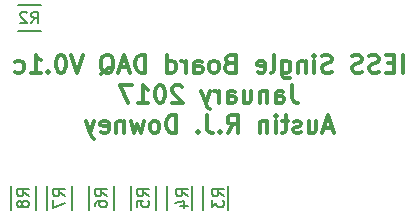
<source format=gbr>
G04 #@! TF.FileFunction,Legend,Bot*
%FSLAX46Y46*%
G04 Gerber Fmt 4.6, Leading zero omitted, Abs format (unit mm)*
G04 Created by KiCad (PCBNEW 4.0.5) date 01/19/17 13:34:59*
%MOMM*%
%LPD*%
G01*
G04 APERTURE LIST*
%ADD10C,0.100000*%
%ADD11C,0.300000*%
%ADD12C,0.150000*%
G04 APERTURE END LIST*
D10*
D11*
X199237141Y-101125571D02*
X199237141Y-99625571D01*
X198522855Y-100339857D02*
X198022855Y-100339857D01*
X197808569Y-101125571D02*
X198522855Y-101125571D01*
X198522855Y-99625571D01*
X197808569Y-99625571D01*
X197237141Y-101054143D02*
X197022855Y-101125571D01*
X196665712Y-101125571D01*
X196522855Y-101054143D01*
X196451426Y-100982714D01*
X196379998Y-100839857D01*
X196379998Y-100697000D01*
X196451426Y-100554143D01*
X196522855Y-100482714D01*
X196665712Y-100411286D01*
X196951426Y-100339857D01*
X197094284Y-100268429D01*
X197165712Y-100197000D01*
X197237141Y-100054143D01*
X197237141Y-99911286D01*
X197165712Y-99768429D01*
X197094284Y-99697000D01*
X196951426Y-99625571D01*
X196594284Y-99625571D01*
X196379998Y-99697000D01*
X195808570Y-101054143D02*
X195594284Y-101125571D01*
X195237141Y-101125571D01*
X195094284Y-101054143D01*
X195022855Y-100982714D01*
X194951427Y-100839857D01*
X194951427Y-100697000D01*
X195022855Y-100554143D01*
X195094284Y-100482714D01*
X195237141Y-100411286D01*
X195522855Y-100339857D01*
X195665713Y-100268429D01*
X195737141Y-100197000D01*
X195808570Y-100054143D01*
X195808570Y-99911286D01*
X195737141Y-99768429D01*
X195665713Y-99697000D01*
X195522855Y-99625571D01*
X195165713Y-99625571D01*
X194951427Y-99697000D01*
X193237142Y-101054143D02*
X193022856Y-101125571D01*
X192665713Y-101125571D01*
X192522856Y-101054143D01*
X192451427Y-100982714D01*
X192379999Y-100839857D01*
X192379999Y-100697000D01*
X192451427Y-100554143D01*
X192522856Y-100482714D01*
X192665713Y-100411286D01*
X192951427Y-100339857D01*
X193094285Y-100268429D01*
X193165713Y-100197000D01*
X193237142Y-100054143D01*
X193237142Y-99911286D01*
X193165713Y-99768429D01*
X193094285Y-99697000D01*
X192951427Y-99625571D01*
X192594285Y-99625571D01*
X192379999Y-99697000D01*
X191737142Y-101125571D02*
X191737142Y-100125571D01*
X191737142Y-99625571D02*
X191808571Y-99697000D01*
X191737142Y-99768429D01*
X191665714Y-99697000D01*
X191737142Y-99625571D01*
X191737142Y-99768429D01*
X191022856Y-100125571D02*
X191022856Y-101125571D01*
X191022856Y-100268429D02*
X190951428Y-100197000D01*
X190808570Y-100125571D01*
X190594285Y-100125571D01*
X190451428Y-100197000D01*
X190379999Y-100339857D01*
X190379999Y-101125571D01*
X189022856Y-100125571D02*
X189022856Y-101339857D01*
X189094285Y-101482714D01*
X189165713Y-101554143D01*
X189308570Y-101625571D01*
X189522856Y-101625571D01*
X189665713Y-101554143D01*
X189022856Y-101054143D02*
X189165713Y-101125571D01*
X189451427Y-101125571D01*
X189594285Y-101054143D01*
X189665713Y-100982714D01*
X189737142Y-100839857D01*
X189737142Y-100411286D01*
X189665713Y-100268429D01*
X189594285Y-100197000D01*
X189451427Y-100125571D01*
X189165713Y-100125571D01*
X189022856Y-100197000D01*
X188094284Y-101125571D02*
X188237142Y-101054143D01*
X188308570Y-100911286D01*
X188308570Y-99625571D01*
X186951428Y-101054143D02*
X187094285Y-101125571D01*
X187379999Y-101125571D01*
X187522856Y-101054143D01*
X187594285Y-100911286D01*
X187594285Y-100339857D01*
X187522856Y-100197000D01*
X187379999Y-100125571D01*
X187094285Y-100125571D01*
X186951428Y-100197000D01*
X186879999Y-100339857D01*
X186879999Y-100482714D01*
X187594285Y-100625571D01*
X184594285Y-100339857D02*
X184379999Y-100411286D01*
X184308571Y-100482714D01*
X184237142Y-100625571D01*
X184237142Y-100839857D01*
X184308571Y-100982714D01*
X184379999Y-101054143D01*
X184522857Y-101125571D01*
X185094285Y-101125571D01*
X185094285Y-99625571D01*
X184594285Y-99625571D01*
X184451428Y-99697000D01*
X184379999Y-99768429D01*
X184308571Y-99911286D01*
X184308571Y-100054143D01*
X184379999Y-100197000D01*
X184451428Y-100268429D01*
X184594285Y-100339857D01*
X185094285Y-100339857D01*
X183379999Y-101125571D02*
X183522857Y-101054143D01*
X183594285Y-100982714D01*
X183665714Y-100839857D01*
X183665714Y-100411286D01*
X183594285Y-100268429D01*
X183522857Y-100197000D01*
X183379999Y-100125571D01*
X183165714Y-100125571D01*
X183022857Y-100197000D01*
X182951428Y-100268429D01*
X182879999Y-100411286D01*
X182879999Y-100839857D01*
X182951428Y-100982714D01*
X183022857Y-101054143D01*
X183165714Y-101125571D01*
X183379999Y-101125571D01*
X181594285Y-101125571D02*
X181594285Y-100339857D01*
X181665714Y-100197000D01*
X181808571Y-100125571D01*
X182094285Y-100125571D01*
X182237142Y-100197000D01*
X181594285Y-101054143D02*
X181737142Y-101125571D01*
X182094285Y-101125571D01*
X182237142Y-101054143D01*
X182308571Y-100911286D01*
X182308571Y-100768429D01*
X182237142Y-100625571D01*
X182094285Y-100554143D01*
X181737142Y-100554143D01*
X181594285Y-100482714D01*
X180879999Y-101125571D02*
X180879999Y-100125571D01*
X180879999Y-100411286D02*
X180808571Y-100268429D01*
X180737142Y-100197000D01*
X180594285Y-100125571D01*
X180451428Y-100125571D01*
X179308571Y-101125571D02*
X179308571Y-99625571D01*
X179308571Y-101054143D02*
X179451428Y-101125571D01*
X179737142Y-101125571D01*
X179880000Y-101054143D01*
X179951428Y-100982714D01*
X180022857Y-100839857D01*
X180022857Y-100411286D01*
X179951428Y-100268429D01*
X179880000Y-100197000D01*
X179737142Y-100125571D01*
X179451428Y-100125571D01*
X179308571Y-100197000D01*
X177451428Y-101125571D02*
X177451428Y-99625571D01*
X177094285Y-99625571D01*
X176880000Y-99697000D01*
X176737142Y-99839857D01*
X176665714Y-99982714D01*
X176594285Y-100268429D01*
X176594285Y-100482714D01*
X176665714Y-100768429D01*
X176737142Y-100911286D01*
X176880000Y-101054143D01*
X177094285Y-101125571D01*
X177451428Y-101125571D01*
X176022857Y-100697000D02*
X175308571Y-100697000D01*
X176165714Y-101125571D02*
X175665714Y-99625571D01*
X175165714Y-101125571D01*
X173665714Y-101268429D02*
X173808571Y-101197000D01*
X173951428Y-101054143D01*
X174165714Y-100839857D01*
X174308571Y-100768429D01*
X174451428Y-100768429D01*
X174380000Y-101125571D02*
X174522857Y-101054143D01*
X174665714Y-100911286D01*
X174737143Y-100625571D01*
X174737143Y-100125571D01*
X174665714Y-99839857D01*
X174522857Y-99697000D01*
X174380000Y-99625571D01*
X174094286Y-99625571D01*
X173951428Y-99697000D01*
X173808571Y-99839857D01*
X173737143Y-100125571D01*
X173737143Y-100625571D01*
X173808571Y-100911286D01*
X173951428Y-101054143D01*
X174094286Y-101125571D01*
X174380000Y-101125571D01*
X172165714Y-99625571D02*
X171665714Y-101125571D01*
X171165714Y-99625571D01*
X170380000Y-99625571D02*
X170237143Y-99625571D01*
X170094286Y-99697000D01*
X170022857Y-99768429D01*
X169951428Y-99911286D01*
X169880000Y-100197000D01*
X169880000Y-100554143D01*
X169951428Y-100839857D01*
X170022857Y-100982714D01*
X170094286Y-101054143D01*
X170237143Y-101125571D01*
X170380000Y-101125571D01*
X170522857Y-101054143D01*
X170594286Y-100982714D01*
X170665714Y-100839857D01*
X170737143Y-100554143D01*
X170737143Y-100197000D01*
X170665714Y-99911286D01*
X170594286Y-99768429D01*
X170522857Y-99697000D01*
X170380000Y-99625571D01*
X169237143Y-100982714D02*
X169165715Y-101054143D01*
X169237143Y-101125571D01*
X169308572Y-101054143D01*
X169237143Y-100982714D01*
X169237143Y-101125571D01*
X167737143Y-101125571D02*
X168594286Y-101125571D01*
X168165714Y-101125571D02*
X168165714Y-99625571D01*
X168308571Y-99839857D01*
X168451429Y-99982714D01*
X168594286Y-100054143D01*
X166451429Y-101054143D02*
X166594286Y-101125571D01*
X166880000Y-101125571D01*
X167022858Y-101054143D01*
X167094286Y-100982714D01*
X167165715Y-100839857D01*
X167165715Y-100411286D01*
X167094286Y-100268429D01*
X167022858Y-100197000D01*
X166880000Y-100125571D01*
X166594286Y-100125571D01*
X166451429Y-100197000D01*
X189844285Y-102175571D02*
X189844285Y-103247000D01*
X189915713Y-103461286D01*
X190058570Y-103604143D01*
X190272856Y-103675571D01*
X190415713Y-103675571D01*
X188487142Y-103675571D02*
X188487142Y-102889857D01*
X188558571Y-102747000D01*
X188701428Y-102675571D01*
X188987142Y-102675571D01*
X189129999Y-102747000D01*
X188487142Y-103604143D02*
X188629999Y-103675571D01*
X188987142Y-103675571D01*
X189129999Y-103604143D01*
X189201428Y-103461286D01*
X189201428Y-103318429D01*
X189129999Y-103175571D01*
X188987142Y-103104143D01*
X188629999Y-103104143D01*
X188487142Y-103032714D01*
X187772856Y-102675571D02*
X187772856Y-103675571D01*
X187772856Y-102818429D02*
X187701428Y-102747000D01*
X187558570Y-102675571D01*
X187344285Y-102675571D01*
X187201428Y-102747000D01*
X187129999Y-102889857D01*
X187129999Y-103675571D01*
X185772856Y-102675571D02*
X185772856Y-103675571D01*
X186415713Y-102675571D02*
X186415713Y-103461286D01*
X186344285Y-103604143D01*
X186201427Y-103675571D01*
X185987142Y-103675571D01*
X185844285Y-103604143D01*
X185772856Y-103532714D01*
X184415713Y-103675571D02*
X184415713Y-102889857D01*
X184487142Y-102747000D01*
X184629999Y-102675571D01*
X184915713Y-102675571D01*
X185058570Y-102747000D01*
X184415713Y-103604143D02*
X184558570Y-103675571D01*
X184915713Y-103675571D01*
X185058570Y-103604143D01*
X185129999Y-103461286D01*
X185129999Y-103318429D01*
X185058570Y-103175571D01*
X184915713Y-103104143D01*
X184558570Y-103104143D01*
X184415713Y-103032714D01*
X183701427Y-103675571D02*
X183701427Y-102675571D01*
X183701427Y-102961286D02*
X183629999Y-102818429D01*
X183558570Y-102747000D01*
X183415713Y-102675571D01*
X183272856Y-102675571D01*
X182915713Y-102675571D02*
X182558570Y-103675571D01*
X182201428Y-102675571D02*
X182558570Y-103675571D01*
X182701428Y-104032714D01*
X182772856Y-104104143D01*
X182915713Y-104175571D01*
X180558571Y-102318429D02*
X180487142Y-102247000D01*
X180344285Y-102175571D01*
X179987142Y-102175571D01*
X179844285Y-102247000D01*
X179772856Y-102318429D01*
X179701428Y-102461286D01*
X179701428Y-102604143D01*
X179772856Y-102818429D01*
X180629999Y-103675571D01*
X179701428Y-103675571D01*
X178772857Y-102175571D02*
X178630000Y-102175571D01*
X178487143Y-102247000D01*
X178415714Y-102318429D01*
X178344285Y-102461286D01*
X178272857Y-102747000D01*
X178272857Y-103104143D01*
X178344285Y-103389857D01*
X178415714Y-103532714D01*
X178487143Y-103604143D01*
X178630000Y-103675571D01*
X178772857Y-103675571D01*
X178915714Y-103604143D01*
X178987143Y-103532714D01*
X179058571Y-103389857D01*
X179130000Y-103104143D01*
X179130000Y-102747000D01*
X179058571Y-102461286D01*
X178987143Y-102318429D01*
X178915714Y-102247000D01*
X178772857Y-102175571D01*
X176844286Y-103675571D02*
X177701429Y-103675571D01*
X177272857Y-103675571D02*
X177272857Y-102175571D01*
X177415714Y-102389857D01*
X177558572Y-102532714D01*
X177701429Y-102604143D01*
X176344286Y-102175571D02*
X175344286Y-102175571D01*
X175987143Y-103675571D01*
X193272858Y-105797000D02*
X192558572Y-105797000D01*
X193415715Y-106225571D02*
X192915715Y-104725571D01*
X192415715Y-106225571D01*
X191272858Y-105225571D02*
X191272858Y-106225571D01*
X191915715Y-105225571D02*
X191915715Y-106011286D01*
X191844287Y-106154143D01*
X191701429Y-106225571D01*
X191487144Y-106225571D01*
X191344287Y-106154143D01*
X191272858Y-106082714D01*
X190630001Y-106154143D02*
X190487144Y-106225571D01*
X190201429Y-106225571D01*
X190058572Y-106154143D01*
X189987144Y-106011286D01*
X189987144Y-105939857D01*
X190058572Y-105797000D01*
X190201429Y-105725571D01*
X190415715Y-105725571D01*
X190558572Y-105654143D01*
X190630001Y-105511286D01*
X190630001Y-105439857D01*
X190558572Y-105297000D01*
X190415715Y-105225571D01*
X190201429Y-105225571D01*
X190058572Y-105297000D01*
X189558572Y-105225571D02*
X188987143Y-105225571D01*
X189344286Y-104725571D02*
X189344286Y-106011286D01*
X189272858Y-106154143D01*
X189130000Y-106225571D01*
X188987143Y-106225571D01*
X188487143Y-106225571D02*
X188487143Y-105225571D01*
X188487143Y-104725571D02*
X188558572Y-104797000D01*
X188487143Y-104868429D01*
X188415715Y-104797000D01*
X188487143Y-104725571D01*
X188487143Y-104868429D01*
X187772857Y-105225571D02*
X187772857Y-106225571D01*
X187772857Y-105368429D02*
X187701429Y-105297000D01*
X187558571Y-105225571D01*
X187344286Y-105225571D01*
X187201429Y-105297000D01*
X187130000Y-105439857D01*
X187130000Y-106225571D01*
X184415714Y-106225571D02*
X184915714Y-105511286D01*
X185272857Y-106225571D02*
X185272857Y-104725571D01*
X184701429Y-104725571D01*
X184558571Y-104797000D01*
X184487143Y-104868429D01*
X184415714Y-105011286D01*
X184415714Y-105225571D01*
X184487143Y-105368429D01*
X184558571Y-105439857D01*
X184701429Y-105511286D01*
X185272857Y-105511286D01*
X183772857Y-106082714D02*
X183701429Y-106154143D01*
X183772857Y-106225571D01*
X183844286Y-106154143D01*
X183772857Y-106082714D01*
X183772857Y-106225571D01*
X182630000Y-104725571D02*
X182630000Y-105797000D01*
X182701428Y-106011286D01*
X182844285Y-106154143D01*
X183058571Y-106225571D01*
X183201428Y-106225571D01*
X181915714Y-106082714D02*
X181844286Y-106154143D01*
X181915714Y-106225571D01*
X181987143Y-106154143D01*
X181915714Y-106082714D01*
X181915714Y-106225571D01*
X180058571Y-106225571D02*
X180058571Y-104725571D01*
X179701428Y-104725571D01*
X179487143Y-104797000D01*
X179344285Y-104939857D01*
X179272857Y-105082714D01*
X179201428Y-105368429D01*
X179201428Y-105582714D01*
X179272857Y-105868429D01*
X179344285Y-106011286D01*
X179487143Y-106154143D01*
X179701428Y-106225571D01*
X180058571Y-106225571D01*
X178344285Y-106225571D02*
X178487143Y-106154143D01*
X178558571Y-106082714D01*
X178630000Y-105939857D01*
X178630000Y-105511286D01*
X178558571Y-105368429D01*
X178487143Y-105297000D01*
X178344285Y-105225571D01*
X178130000Y-105225571D01*
X177987143Y-105297000D01*
X177915714Y-105368429D01*
X177844285Y-105511286D01*
X177844285Y-105939857D01*
X177915714Y-106082714D01*
X177987143Y-106154143D01*
X178130000Y-106225571D01*
X178344285Y-106225571D01*
X177344285Y-105225571D02*
X177058571Y-106225571D01*
X176772857Y-105511286D01*
X176487142Y-106225571D01*
X176201428Y-105225571D01*
X175629999Y-105225571D02*
X175629999Y-106225571D01*
X175629999Y-105368429D02*
X175558571Y-105297000D01*
X175415713Y-105225571D01*
X175201428Y-105225571D01*
X175058571Y-105297000D01*
X174987142Y-105439857D01*
X174987142Y-106225571D01*
X173701428Y-106154143D02*
X173844285Y-106225571D01*
X174129999Y-106225571D01*
X174272856Y-106154143D01*
X174344285Y-106011286D01*
X174344285Y-105439857D01*
X174272856Y-105297000D01*
X174129999Y-105225571D01*
X173844285Y-105225571D01*
X173701428Y-105297000D01*
X173629999Y-105439857D01*
X173629999Y-105582714D01*
X174344285Y-105725571D01*
X173129999Y-105225571D02*
X172772856Y-106225571D01*
X172415714Y-105225571D02*
X172772856Y-106225571D01*
X172915714Y-106582714D01*
X172987142Y-106654143D01*
X173129999Y-106725571D01*
D12*
X168640000Y-95445000D02*
X166640000Y-95445000D01*
X166640000Y-97595000D02*
X168640000Y-97595000D01*
X179265000Y-110760000D02*
X179265000Y-112760000D01*
X181415000Y-112760000D02*
X181415000Y-110760000D01*
X176217000Y-110760000D02*
X176217000Y-112760000D01*
X178367000Y-112760000D02*
X178367000Y-110760000D01*
X172661000Y-110760000D02*
X172661000Y-112760000D01*
X174811000Y-112760000D02*
X174811000Y-110760000D01*
X169105000Y-110760000D02*
X169105000Y-112760000D01*
X171255000Y-112760000D02*
X171255000Y-110760000D01*
X166057000Y-110760000D02*
X166057000Y-112760000D01*
X168207000Y-112760000D02*
X168207000Y-110760000D01*
X182313000Y-110760000D02*
X182313000Y-112760000D01*
X184463000Y-112760000D02*
X184463000Y-110760000D01*
X167806666Y-96972381D02*
X168140000Y-96496190D01*
X168378095Y-96972381D02*
X168378095Y-95972381D01*
X167997142Y-95972381D01*
X167901904Y-96020000D01*
X167854285Y-96067619D01*
X167806666Y-96162857D01*
X167806666Y-96305714D01*
X167854285Y-96400952D01*
X167901904Y-96448571D01*
X167997142Y-96496190D01*
X168378095Y-96496190D01*
X167425714Y-96067619D02*
X167378095Y-96020000D01*
X167282857Y-95972381D01*
X167044761Y-95972381D01*
X166949523Y-96020000D01*
X166901904Y-96067619D01*
X166854285Y-96162857D01*
X166854285Y-96258095D01*
X166901904Y-96400952D01*
X167473333Y-96972381D01*
X166854285Y-96972381D01*
X181046381Y-111593334D02*
X180570190Y-111260000D01*
X181046381Y-111021905D02*
X180046381Y-111021905D01*
X180046381Y-111402858D01*
X180094000Y-111498096D01*
X180141619Y-111545715D01*
X180236857Y-111593334D01*
X180379714Y-111593334D01*
X180474952Y-111545715D01*
X180522571Y-111498096D01*
X180570190Y-111402858D01*
X180570190Y-111021905D01*
X180379714Y-112450477D02*
X181046381Y-112450477D01*
X179998762Y-112212381D02*
X180713048Y-111974286D01*
X180713048Y-112593334D01*
X177744381Y-111593334D02*
X177268190Y-111260000D01*
X177744381Y-111021905D02*
X176744381Y-111021905D01*
X176744381Y-111402858D01*
X176792000Y-111498096D01*
X176839619Y-111545715D01*
X176934857Y-111593334D01*
X177077714Y-111593334D01*
X177172952Y-111545715D01*
X177220571Y-111498096D01*
X177268190Y-111402858D01*
X177268190Y-111021905D01*
X176744381Y-112498096D02*
X176744381Y-112021905D01*
X177220571Y-111974286D01*
X177172952Y-112021905D01*
X177125333Y-112117143D01*
X177125333Y-112355239D01*
X177172952Y-112450477D01*
X177220571Y-112498096D01*
X177315810Y-112545715D01*
X177553905Y-112545715D01*
X177649143Y-112498096D01*
X177696762Y-112450477D01*
X177744381Y-112355239D01*
X177744381Y-112117143D01*
X177696762Y-112021905D01*
X177649143Y-111974286D01*
X174188381Y-111593334D02*
X173712190Y-111260000D01*
X174188381Y-111021905D02*
X173188381Y-111021905D01*
X173188381Y-111402858D01*
X173236000Y-111498096D01*
X173283619Y-111545715D01*
X173378857Y-111593334D01*
X173521714Y-111593334D01*
X173616952Y-111545715D01*
X173664571Y-111498096D01*
X173712190Y-111402858D01*
X173712190Y-111021905D01*
X173188381Y-112450477D02*
X173188381Y-112260000D01*
X173236000Y-112164762D01*
X173283619Y-112117143D01*
X173426476Y-112021905D01*
X173616952Y-111974286D01*
X173997905Y-111974286D01*
X174093143Y-112021905D01*
X174140762Y-112069524D01*
X174188381Y-112164762D01*
X174188381Y-112355239D01*
X174140762Y-112450477D01*
X174093143Y-112498096D01*
X173997905Y-112545715D01*
X173759810Y-112545715D01*
X173664571Y-112498096D01*
X173616952Y-112450477D01*
X173569333Y-112355239D01*
X173569333Y-112164762D01*
X173616952Y-112069524D01*
X173664571Y-112021905D01*
X173759810Y-111974286D01*
X170632381Y-111593334D02*
X170156190Y-111260000D01*
X170632381Y-111021905D02*
X169632381Y-111021905D01*
X169632381Y-111402858D01*
X169680000Y-111498096D01*
X169727619Y-111545715D01*
X169822857Y-111593334D01*
X169965714Y-111593334D01*
X170060952Y-111545715D01*
X170108571Y-111498096D01*
X170156190Y-111402858D01*
X170156190Y-111021905D01*
X169632381Y-111926667D02*
X169632381Y-112593334D01*
X170632381Y-112164762D01*
X167584381Y-111593334D02*
X167108190Y-111260000D01*
X167584381Y-111021905D02*
X166584381Y-111021905D01*
X166584381Y-111402858D01*
X166632000Y-111498096D01*
X166679619Y-111545715D01*
X166774857Y-111593334D01*
X166917714Y-111593334D01*
X167012952Y-111545715D01*
X167060571Y-111498096D01*
X167108190Y-111402858D01*
X167108190Y-111021905D01*
X167012952Y-112164762D02*
X166965333Y-112069524D01*
X166917714Y-112021905D01*
X166822476Y-111974286D01*
X166774857Y-111974286D01*
X166679619Y-112021905D01*
X166632000Y-112069524D01*
X166584381Y-112164762D01*
X166584381Y-112355239D01*
X166632000Y-112450477D01*
X166679619Y-112498096D01*
X166774857Y-112545715D01*
X166822476Y-112545715D01*
X166917714Y-112498096D01*
X166965333Y-112450477D01*
X167012952Y-112355239D01*
X167012952Y-112164762D01*
X167060571Y-112069524D01*
X167108190Y-112021905D01*
X167203429Y-111974286D01*
X167393905Y-111974286D01*
X167489143Y-112021905D01*
X167536762Y-112069524D01*
X167584381Y-112164762D01*
X167584381Y-112355239D01*
X167536762Y-112450477D01*
X167489143Y-112498096D01*
X167393905Y-112545715D01*
X167203429Y-112545715D01*
X167108190Y-112498096D01*
X167060571Y-112450477D01*
X167012952Y-112355239D01*
X184094381Y-111593334D02*
X183618190Y-111260000D01*
X184094381Y-111021905D02*
X183094381Y-111021905D01*
X183094381Y-111402858D01*
X183142000Y-111498096D01*
X183189619Y-111545715D01*
X183284857Y-111593334D01*
X183427714Y-111593334D01*
X183522952Y-111545715D01*
X183570571Y-111498096D01*
X183618190Y-111402858D01*
X183618190Y-111021905D01*
X183094381Y-111926667D02*
X183094381Y-112545715D01*
X183475333Y-112212381D01*
X183475333Y-112355239D01*
X183522952Y-112450477D01*
X183570571Y-112498096D01*
X183665810Y-112545715D01*
X183903905Y-112545715D01*
X183999143Y-112498096D01*
X184046762Y-112450477D01*
X184094381Y-112355239D01*
X184094381Y-112069524D01*
X184046762Y-111974286D01*
X183999143Y-111926667D01*
M02*

</source>
